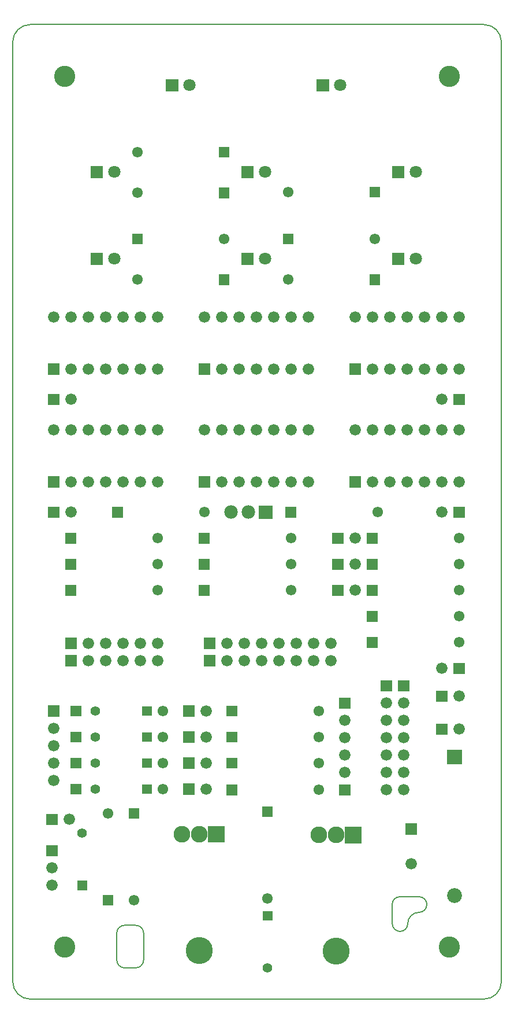
<source format=gbr>
G04 start of page 6 for group -4063 idx -4063 *
G04 Title: (unknown), componentmask *
G04 Creator: pcb 20091103 *
G04 CreationDate: Sun Jun 11 07:31:11 2023 UTC *
G04 For: bh *
G04 Format: Gerber/RS-274X *
G04 PCB-Dimensions: 370000 600000 *
G04 PCB-Coordinate-Origin: lower left *
%MOIN*%
%FSLAX25Y25*%
%LNTOPMASK*%
%ADD11C,0.0200*%
%ADD29C,0.1220*%
%ADD35C,0.0060*%
%ADD37C,0.0610*%
%ADD38C,0.0710*%
%ADD39C,0.0660*%
%ADD40C,0.0780*%
%ADD41C,0.0560*%
%ADD42C,0.1560*%
%ADD43C,0.0960*%
%ADD44C,0.0860*%
G54D11*G36*
X228450Y494050D02*Y487950D01*
X234550D01*
Y494050D01*
X228450D01*
G37*
G54D37*X231500Y464000D03*
G54D11*G36*
X197950Y556050D02*Y548950D01*
X205050D01*
Y556050D01*
X197950D01*
G37*
G54D38*X211500Y552500D03*
G54D29*X274500Y557500D03*
G54D11*G36*
X241450Y506050D02*Y498950D01*
X248550D01*
Y506050D01*
X241450D01*
G37*
G54D38*X255000Y502500D03*
G54D11*G36*
X241450Y456050D02*Y448950D01*
X248550D01*
Y456050D01*
X241450D01*
G37*
G54D38*X255000Y452500D03*
G54D37*X181500Y491000D03*
Y440500D03*
G54D11*G36*
X178450Y467050D02*Y460950D01*
X184550D01*
Y467050D01*
X178450D01*
G37*
G36*
X141450Y517050D02*Y510950D01*
X147550D01*
Y517050D01*
X141450D01*
G37*
G54D37*X144500Y464000D03*
G54D11*G36*
X141450Y443550D02*Y437450D01*
X147550D01*
Y443550D01*
X141450D01*
G37*
G36*
Y493550D02*Y487450D01*
X147550D01*
Y493550D01*
X141450D01*
G37*
G54D37*X94500Y514000D03*
G54D11*G36*
X91450Y467050D02*Y460950D01*
X97550D01*
Y467050D01*
X91450D01*
G37*
G54D37*X94500Y440500D03*
Y490500D03*
G54D11*G36*
X110950Y556050D02*Y548950D01*
X118050D01*
Y556050D01*
X110950D01*
G37*
G54D38*X124500Y552500D03*
G54D11*G36*
X154450Y456050D02*Y448950D01*
X161550D01*
Y456050D01*
X154450D01*
G37*
G36*
Y506050D02*Y498950D01*
X161550D01*
Y506050D01*
X154450D01*
G37*
G54D38*X168000Y452500D03*
Y502500D03*
G54D11*G36*
X67450Y456050D02*Y448950D01*
X74550D01*
Y456050D01*
X67450D01*
G37*
G54D38*X81000Y452500D03*
G54D11*G36*
X67450Y506050D02*Y498950D01*
X74550D01*
Y506050D01*
X67450D01*
G37*
G54D38*X81000Y502500D03*
G54D29*X52500Y557500D03*
G54D39*X250000Y354000D03*
X240000D03*
X230000D03*
X220000D03*
X173000Y324000D03*
G54D11*G36*
X164600Y310400D02*Y302600D01*
X172400D01*
Y310400D01*
X164600D01*
G37*
G54D40*X158500Y306500D03*
X148500D03*
G54D39*X183000Y324000D03*
G54D11*G36*
X179950Y309550D02*Y303450D01*
X186050D01*
Y309550D01*
X179950D01*
G37*
G54D39*X193000Y324000D03*
Y354000D03*
X183000D03*
X173000D03*
X250000Y324000D03*
X260000D03*
X270000D03*
X280000D03*
G54D11*G36*
X216700Y327300D02*Y320700D01*
X223300D01*
Y327300D01*
X216700D01*
G37*
G54D39*X230000Y324000D03*
X240000D03*
X280000Y354000D03*
X270000D03*
X260000D03*
G54D11*G36*
X276700Y374800D02*Y368200D01*
X283300D01*
Y374800D01*
X276700D01*
G37*
G54D39*X270000Y371500D03*
G54D11*G36*
X129700Y327300D02*Y320700D01*
X136300D01*
Y327300D01*
X129700D01*
G37*
G54D39*X143000Y324000D03*
X153000D03*
X163000D03*
Y354000D03*
Y389000D03*
X173000D03*
X183000D03*
X153000Y354000D03*
Y389000D03*
X193000D03*
X240000D03*
Y419000D03*
X250000Y389000D03*
Y419000D03*
X260000Y389000D03*
Y419000D03*
X270000Y389000D03*
Y419000D03*
X280000Y389000D03*
Y419000D03*
G54D11*G36*
X228450Y443550D02*Y437450D01*
X234550D01*
Y443550D01*
X228450D01*
G37*
G36*
X216700Y392300D02*Y385700D01*
X223300D01*
Y392300D01*
X216700D01*
G37*
G54D39*X230000Y389000D03*
Y419000D03*
X220000D03*
X193000D03*
G54D11*G36*
X206700Y294800D02*Y288200D01*
X213300D01*
Y294800D01*
X206700D01*
G37*
G54D39*X220000Y291500D03*
G54D37*X233000Y306500D03*
G54D11*G36*
X226950Y279550D02*Y273450D01*
X233050D01*
Y279550D01*
X226950D01*
G37*
G54D37*X280000Y276500D03*
Y291500D03*
G54D11*G36*
X276700Y309800D02*Y303200D01*
X283300D01*
Y309800D01*
X276700D01*
G37*
G36*
X42700Y374800D02*Y368200D01*
X49300D01*
Y374800D01*
X42700D01*
G37*
G54D39*X56000Y371500D03*
G54D11*G36*
X42700Y392300D02*Y385700D01*
X49300D01*
Y392300D01*
X42700D01*
G37*
G36*
Y327300D02*Y320700D01*
X49300D01*
Y327300D01*
X42700D01*
G37*
G54D39*X46000Y354000D03*
G54D11*G36*
X42700Y309800D02*Y303200D01*
X49300D01*
Y309800D01*
X42700D01*
G37*
G54D39*X56000Y389000D03*
Y324000D03*
Y354000D03*
X66000Y389000D03*
Y324000D03*
Y354000D03*
G54D11*G36*
X52950Y264550D02*Y258450D01*
X59050D01*
Y264550D01*
X52950D01*
G37*
G36*
Y279550D02*Y273450D01*
X59050D01*
Y279550D01*
X52950D01*
G37*
G36*
Y294550D02*Y288450D01*
X59050D01*
Y294550D01*
X52950D01*
G37*
G54D39*X56000Y306500D03*
X143000Y354000D03*
Y389000D03*
Y419000D03*
X133000Y354000D03*
G54D11*G36*
X129700Y392300D02*Y385700D01*
X136300D01*
Y392300D01*
X129700D01*
G37*
G54D39*X133000Y419000D03*
X183000D03*
X173000D03*
X163000D03*
X153000D03*
X106000D03*
X86000Y354000D03*
X76000D03*
X96000Y419000D03*
X86000D03*
X76000D03*
X66000D03*
X56000D03*
X46000D03*
X76000Y389000D03*
X86000D03*
X96000D03*
X106000D03*
X76000Y324000D03*
X86000D03*
X96000D03*
X106000D03*
Y354000D03*
X96000D03*
G54D37*X106000Y261500D03*
G54D11*G36*
X129950Y264550D02*Y258450D01*
X136050D01*
Y264550D01*
X129950D01*
G37*
G54D37*X106000Y276500D03*
G54D11*G36*
X129950Y279550D02*Y273450D01*
X136050D01*
Y279550D01*
X129950D01*
G37*
G54D37*X183000Y276500D03*
X106000Y291500D03*
G54D11*G36*
X79950Y309550D02*Y303450D01*
X86050D01*
Y309550D01*
X79950D01*
G37*
G54D37*X133000Y306500D03*
G54D11*G36*
X129950Y294550D02*Y288450D01*
X136050D01*
Y294550D01*
X129950D01*
G37*
G54D37*X183000Y261500D03*
G54D11*G36*
X226950Y264550D02*Y258450D01*
X233050D01*
Y264550D01*
X226950D01*
G37*
G54D37*X280000Y261500D03*
G54D11*G36*
X206700Y264800D02*Y258200D01*
X213300D01*
Y264800D01*
X206700D01*
G37*
G54D39*X220000Y261500D03*
G54D11*G36*
X206700Y279800D02*Y273200D01*
X213300D01*
Y279800D01*
X206700D01*
G37*
G54D39*X220000Y276500D03*
G54D11*G36*
X226950Y294550D02*Y288450D01*
X233050D01*
Y294550D01*
X226950D01*
G37*
G54D37*X183000Y291500D03*
G54D39*X270000Y306500D03*
G54D11*G36*
X210700Y199800D02*Y193200D01*
X217300D01*
Y199800D01*
X210700D01*
G37*
G36*
X266700Y203800D02*Y197200D01*
X273300D01*
Y203800D01*
X266700D01*
G37*
G54D39*X280000Y200500D03*
X238000Y196500D03*
X248000D03*
X214000Y186500D03*
G54D11*G36*
X226950Y234550D02*Y228450D01*
X233050D01*
Y234550D01*
X226950D01*
G37*
G54D39*X214000Y186500D03*
G54D11*G36*
X226950Y249550D02*Y243450D01*
X233050D01*
Y249550D01*
X226950D01*
G37*
G36*
X276700Y219800D02*Y213200D01*
X283300D01*
Y219800D01*
X276700D01*
G37*
G54D39*X270000Y216500D03*
G54D37*X280000Y231500D03*
Y246500D03*
G54D11*G36*
X234700Y209800D02*Y203200D01*
X241300D01*
Y209800D01*
X234700D01*
G37*
G36*
X244700D02*Y203200D01*
X251300D01*
Y209800D01*
X244700D01*
G37*
G54D39*X206000Y221000D03*
X196000Y231000D03*
X206000D03*
X214000Y176500D03*
G54D37*X199000Y192000D03*
Y177000D03*
G54D39*X214000Y176500D03*
G54D37*X199000Y162000D03*
Y146500D03*
G54D39*X238000Y176500D03*
Y166500D03*
Y156500D03*
Y146500D03*
X214000Y166500D03*
Y156500D03*
G54D11*G36*
X210700Y149800D02*Y143200D01*
X217300D01*
Y149800D01*
X210700D01*
G37*
G54D39*X214000Y156500D03*
Y166500D03*
X248000D03*
Y156500D03*
Y146500D03*
G54D11*G36*
X166450Y137050D02*Y130950D01*
X172550D01*
Y137050D01*
X166450D01*
G37*
G54D37*X169500Y84000D03*
G54D11*G36*
X145950Y149550D02*Y143450D01*
X152050D01*
Y149550D01*
X145950D01*
G37*
G36*
X166700Y76800D02*Y71200D01*
X172300D01*
Y76800D01*
X166700D01*
G37*
G54D41*X169500Y44000D03*
G54D42*X209000Y53500D03*
G54D29*X274500Y56000D03*
G54D11*G36*
X214200Y125300D02*Y115700D01*
X223800D01*
Y125300D01*
X214200D01*
G37*
G54D43*X209000Y120500D03*
X199000D03*
G54D11*G36*
X249200Y127300D02*Y120700D01*
X255800D01*
Y127300D01*
X249200D01*
G37*
G54D39*X252500Y104000D03*
G54D44*X277500Y85500D03*
G54D39*X238000Y186500D03*
X248000D03*
Y176500D03*
G54D11*G36*
X266700Y184800D02*Y178200D01*
X273300D01*
Y184800D01*
X266700D01*
G37*
G54D39*X280000Y181500D03*
G54D11*G36*
X273200Y169800D02*Y161200D01*
X281800D01*
Y169800D01*
X273200D01*
G37*
G36*
X120700Y195300D02*Y188700D01*
X127300D01*
Y195300D01*
X120700D01*
G37*
G54D37*X109000Y192000D03*
Y177000D03*
G54D11*G36*
X120700Y180300D02*Y173700D01*
X127300D01*
Y180300D01*
X120700D01*
G37*
G54D39*X134000Y192000D03*
G54D11*G36*
X145950Y195050D02*Y188950D01*
X152050D01*
Y195050D01*
X145950D01*
G37*
G36*
Y180050D02*Y173950D01*
X152050D01*
Y180050D01*
X145950D01*
G37*
G36*
Y165050D02*Y158950D01*
X152050D01*
Y165050D01*
X145950D01*
G37*
G54D39*X134000Y162000D03*
Y177000D03*
G54D37*X109000Y147000D03*
G54D11*G36*
X120700Y150300D02*Y143700D01*
X127300D01*
Y150300D01*
X120700D01*
G37*
G54D39*X134000Y147000D03*
G54D37*X109000Y162000D03*
G54D11*G36*
X120700Y165300D02*Y158700D01*
X127300D01*
Y165300D01*
X120700D01*
G37*
G36*
X135200Y125800D02*Y116200D01*
X144800D01*
Y125800D01*
X135200D01*
G37*
G54D43*X130000Y121000D03*
X120000D03*
G54D42*X130000Y54000D03*
G54D29*X52500Y56000D03*
G54D11*G36*
X41700Y114800D02*Y108200D01*
X48300D01*
Y114800D01*
X41700D01*
G37*
G54D39*X45000Y101500D03*
Y91500D03*
G54D11*G36*
X59700Y94300D02*Y88700D01*
X65300D01*
Y94300D01*
X59700D01*
G37*
G54D41*X62500Y121500D03*
G54D11*G36*
X52700Y234300D02*Y227700D01*
X59300D01*
Y234300D01*
X52700D01*
G37*
G36*
Y224300D02*Y217700D01*
X59300D01*
Y224300D01*
X52700D01*
G37*
G54D39*X66000Y231000D03*
Y221000D03*
X76000Y231000D03*
Y221000D03*
G54D11*G36*
X74450Y86050D02*Y79950D01*
X80550D01*
Y86050D01*
X74450D01*
G37*
G54D37*X77500Y133000D03*
G54D39*X86000Y231000D03*
Y221000D03*
X96000D03*
X106000D03*
X96000Y231000D03*
X106000D03*
G54D11*G36*
X89450Y136050D02*Y129950D01*
X95550D01*
Y136050D01*
X89450D01*
G37*
G54D37*X92500Y83000D03*
G54D11*G36*
X97200Y164800D02*Y159200D01*
X102800D01*
Y164800D01*
X97200D01*
G37*
G36*
Y194800D02*Y189200D01*
X102800D01*
Y194800D01*
X97200D01*
G37*
G36*
Y179800D02*Y174200D01*
X102800D01*
Y179800D01*
X97200D01*
G37*
G36*
Y149800D02*Y144200D01*
X102800D01*
Y149800D01*
X97200D01*
G37*
G54D41*X70000Y147000D03*
G54D11*G36*
X55950Y150050D02*Y143950D01*
X62050D01*
Y150050D01*
X55950D01*
G37*
G54D41*X70000Y162000D03*
G54D11*G36*
X55950Y180050D02*Y173950D01*
X62050D01*
Y180050D01*
X55950D01*
G37*
G54D39*X46000Y182000D03*
Y172000D03*
G54D41*X70000Y177000D03*
G54D11*G36*
X55950Y165050D02*Y158950D01*
X62050D01*
Y165050D01*
X55950D01*
G37*
G54D39*X46000Y162000D03*
Y152000D03*
G54D11*G36*
X41700Y132800D02*Y126200D01*
X48300D01*
Y132800D01*
X41700D01*
G37*
G54D39*X55000Y129500D03*
G54D11*G36*
X55950Y195050D02*Y188950D01*
X62050D01*
Y195050D01*
X55950D01*
G37*
G36*
X42700Y195300D02*Y188700D01*
X49300D01*
Y195300D01*
X42700D01*
G37*
G54D41*X70000Y192000D03*
G54D11*G36*
X132700Y224300D02*Y217700D01*
X139300D01*
Y224300D01*
X132700D01*
G37*
G36*
Y234300D02*Y227700D01*
X139300D01*
Y234300D01*
X132700D01*
G37*
G54D39*X146000Y231000D03*
Y221000D03*
X156000D03*
X166000D03*
X176000D03*
X186000D03*
X196000D03*
X156000Y231000D03*
X166000D03*
X176000D03*
X186000D03*
G54D35*X304500Y577500D02*Y36000D01*
X22500D02*Y577500D01*
X32500Y587500D02*X294500D01*
X82500Y64000D02*Y48500D01*
X32500Y26000D02*X294500D01*
X246000Y85000D02*X257000D01*
X241500Y80500D02*Y69500D01*
X87000Y68500D02*X93500D01*
X98000Y64000D02*Y48500D01*
X87000Y44000D02*X93500D01*
X22500Y36000D02*G75*G03X32500Y26000I10000J0D01*G01*
Y587500D02*G75*G03X22500Y577500I0J-10000D01*G01*
X294500Y587500D02*G75*G02X304500Y577500I0J-10000D01*G01*
X294500Y26000D02*G75*G03X304500Y36000I0J10000D01*G01*
X241500Y80500D02*G75*G02X246000Y85000I4500J0D01*G01*
Y65000D02*G75*G02X241500Y69500I0J4500D01*G01*
X250500D02*G75*G02X246000Y65000I-4500J0D01*G01*
X257000Y85000D02*G75*G02X261500Y80500I0J-4500D01*G01*
G75*G02X257000Y76000I-4500J0D01*G01*
G75*G03X250500Y69500I0J-6500D01*G01*
X93500Y68500D02*G75*G02X98000Y64000I0J-4500D01*G01*
X82500D02*G75*G02X87000Y68500I4500J0D01*G01*
Y44000D02*G75*G02X82500Y48500I0J4500D01*G01*
X98000D02*G75*G02X93500Y44000I-4500J0D01*G01*
M02*

</source>
